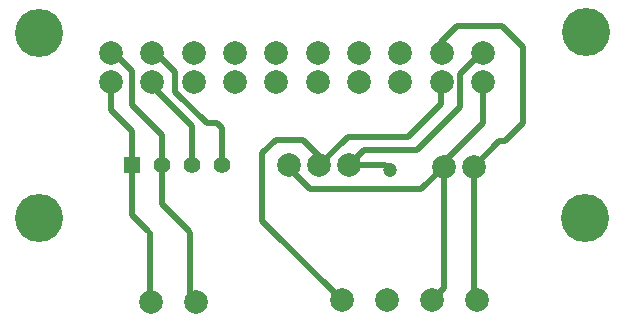
<source format=gbl>
G04 ( created by brdgerber.py ( brdgerber.py v0.1 2014-03-12 ) ) date 2020-07-15 17:06:21 EDT*
G04 Gerber Fmt 3.4, Leading zero omitted, Abs format*
%MOIN*%
%FSLAX34Y34*%
G01*
G70*
G90*
G04 APERTURE LIST*
%ADD13R,0.0550X0.0550*%
%ADD18C,0.0472*%
%ADD16C,0.1600*%
%ADD15C,0.0120*%
%ADD12C,0.0000*%
%ADD11C,0.0787*%
%ADD10C,0.0200*%
%ADD14C,0.0550*%
%ADD17C,0.0150*%
G04 APERTURE END LIST*
G54D13*
D11*
X-00350Y-00350D03*
D11*
X00650Y-00350D03*
D11*
X01650Y-00350D03*
D11*
X04800Y-00400D03*
D11*
X05800Y-00400D03*
D13*
X-05600Y-00350D03*
D14*
X-04600Y-00350D03*
D14*
X-03600Y-00350D03*
D14*
X-02600Y-00350D03*
D16*
X-08700Y04050D03*
D16*
X09550Y04100D03*
D16*
X-08700Y-02100D03*
D16*
X09500Y-02100D03*
D11*
X-03450Y-04900D03*
D11*
X-04950Y-04900D03*
D11*
X-06301Y02408D03*
D11*
X-06301Y03392D03*
D11*
X-04923Y02408D03*
D11*
X-04923Y03392D03*
D11*
X-03545Y02408D03*
D11*
X-03545Y03392D03*
D11*
X-02167Y02408D03*
D11*
X-02167Y03392D03*
D11*
X-00789Y02408D03*
D11*
X-00789Y03392D03*
D11*
X00589Y02408D03*
D11*
X00589Y03392D03*
D11*
X01967Y02408D03*
D11*
X01967Y03392D03*
D11*
X03345Y02408D03*
D11*
X03345Y03392D03*
D11*
X04723Y02408D03*
D11*
X04723Y03392D03*
D11*
X06101Y02408D03*
D11*
X06101Y03392D03*
D11*
X01400Y-04850D03*
D11*
X02900Y-04850D03*
D11*
X04400Y-04850D03*
D11*
X05900Y-04850D03*
D10*
G01X04050Y-01150D02*
G01X04800Y-00400D01*
D10*
G01X04700Y03400D02*
G01X04700Y03750D01*
D10*
G01X04700Y03750D02*
G01X05250Y04300D01*
D10*
G01X05250Y04300D02*
G01X06750Y04300D01*
D10*
G01X06750Y04300D02*
G01X07450Y03600D01*
D10*
G01X07450Y03600D02*
G01X07450Y01050D01*
D10*
G01X07450Y01050D02*
G01X06850Y00450D01*
D10*
G01X06850Y00450D02*
G01X06650Y00450D01*
D10*
G01X06650Y00450D02*
G01X05800Y-00400D01*
D10*
G01X06100Y02400D02*
G01X06100Y01050D01*
D10*
G01X06100Y01050D02*
G01X04800Y-00250D01*
D10*
G01X04800Y-00250D02*
G01X04800Y-00400D01*
D10*
G01X06100Y03400D02*
G01X06050Y03400D01*
D10*
G01X06050Y03400D02*
G01X05350Y02700D01*
D10*
G01X05350Y02700D02*
G01X05350Y01600D01*
D10*
G01X05350Y01600D02*
G01X03900Y00150D01*
D10*
G01X03900Y00150D02*
G01X02150Y00150D01*
D10*
G01X02150Y00150D02*
G01X01650Y-00350D01*
D10*
G01X04700Y02400D02*
G01X04700Y01700D01*
D10*
G01X04700Y01700D02*
G01X03600Y00600D01*
D10*
G01X03600Y00600D02*
G01X01600Y00600D01*
D10*
G01X01600Y00600D02*
G01X00650Y-00350D01*
D10*
G01X-00350Y-00350D02*
G01X-00350Y-00450D01*
D10*
G01X-00350Y-00450D02*
G01X00350Y-01150D01*
D10*
G01X00350Y-01150D02*
G01X04050Y-01150D01*
D10*
G01X-04900Y03400D02*
G01X-04800Y03400D01*
D10*
G01X-04800Y03400D02*
G01X-04150Y02750D01*
D10*
G01X-04150Y02750D02*
G01X-04150Y02100D01*
D10*
G01X-04150Y02100D02*
G01X-03100Y01050D01*
D10*
G01X-03100Y01050D02*
G01X-02750Y01050D01*
D10*
G01X-02750Y01050D02*
G01X-02600Y00900D01*
D10*
G01X-02600Y00900D02*
G01X-02600Y-00350D01*
D10*
G01X-04900Y02400D02*
G01X-04900Y02250D01*
D10*
G01X-04900Y02250D02*
G01X-03600Y00950D01*
D10*
G01X-03600Y00950D02*
G01X-03600Y-00350D01*
D10*
G01X-06300Y03400D02*
G01X-06200Y03400D01*
D10*
G01X-06200Y03400D02*
G01X-05600Y02800D01*
D10*
G01X-05600Y02800D02*
G01X-05600Y01650D01*
D10*
G01X-05600Y01650D02*
G01X-04600Y00650D01*
D10*
G01X-04600Y00650D02*
G01X-04600Y-00350D01*
D10*
G01X-06300Y02400D02*
G01X-06300Y01500D01*
D10*
G01X-06300Y01500D02*
G01X-05600Y00800D01*
D10*
G01X-05600Y00800D02*
G01X-05600Y-00350D01*
D10*
G01X-05600Y-00350D02*
G01X-05600Y-02000D01*
D10*
G01X-05600Y-02000D02*
G01X-05050Y-02550D01*
D10*
G01X05800Y-04750D02*
G01X05900Y-04850D01*
D10*
G01X-04600Y-00350D02*
G01X-04600Y-01650D01*
D10*
G01X-04600Y-01650D02*
G01X-03700Y-02550D01*
D10*
G01X05800Y-00400D02*
G01X05800Y-04750D01*
D18*
X03000Y-00500D03*
D10*
G01X04800Y-00400D02*
G01X04800Y-03000D01*
D10*
G01X01650Y-00350D02*
G01X02850Y-00350D01*
D10*
G01X02850Y-00350D02*
G01X03000Y-00500D01*
D10*
G01X00650Y-00350D02*
G01X00650Y-00050D01*
D10*
G01X00650Y-00050D02*
G01X00100Y00500D01*
D10*
G01X00100Y00500D02*
G01X-00800Y00500D01*
D10*
G01X-00800Y00500D02*
G01X-01250Y00050D01*
D10*
G01X-01250Y00050D02*
G01X-01250Y-01700D01*
D10*
G01X-01250Y-01700D02*
G01X-01250Y-02200D01*
D10*
G01X-01250Y-02200D02*
G01X01400Y-04850D01*
D10*
G01X04800Y-03000D02*
G01X04800Y-04450D01*
D10*
G01X04800Y-04450D02*
G01X04400Y-04850D01*
D10*
G01X-03650Y-02600D02*
G01X-03650Y-04700D01*
D10*
G01X-03650Y-04700D02*
G01X-03450Y-04900D01*
D10*
G01X-05000Y-02600D02*
G01X-05000Y-04850D01*
D10*
G01X-05000Y-04850D02*
G01X-04950Y-04900D01*
M02*

</source>
